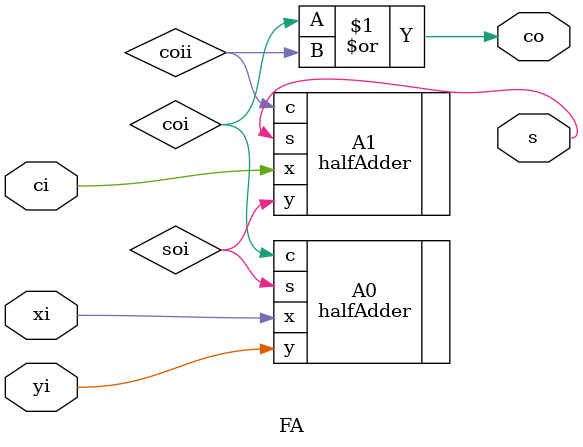
<source format=v>
`timescale 1ns / 1ps


module FA(
    input xi,
    input yi,
    input ci,
    output s,
    output co
    );
    wire coi , soi , coii ;
    
    halfAdder A0 (
    .x(xi),
    .y(yi),
    .c(coi), // coi : internal signal 
    .s(soi) // soi : internal signal 
    );
    
    halfAdder A1 (
        .x(ci),
        .y(soi),
        .c(coii),// coii : internal signal 
        .s(s)
        );
        
       assign co = coi | coii ; 
endmodule

</source>
